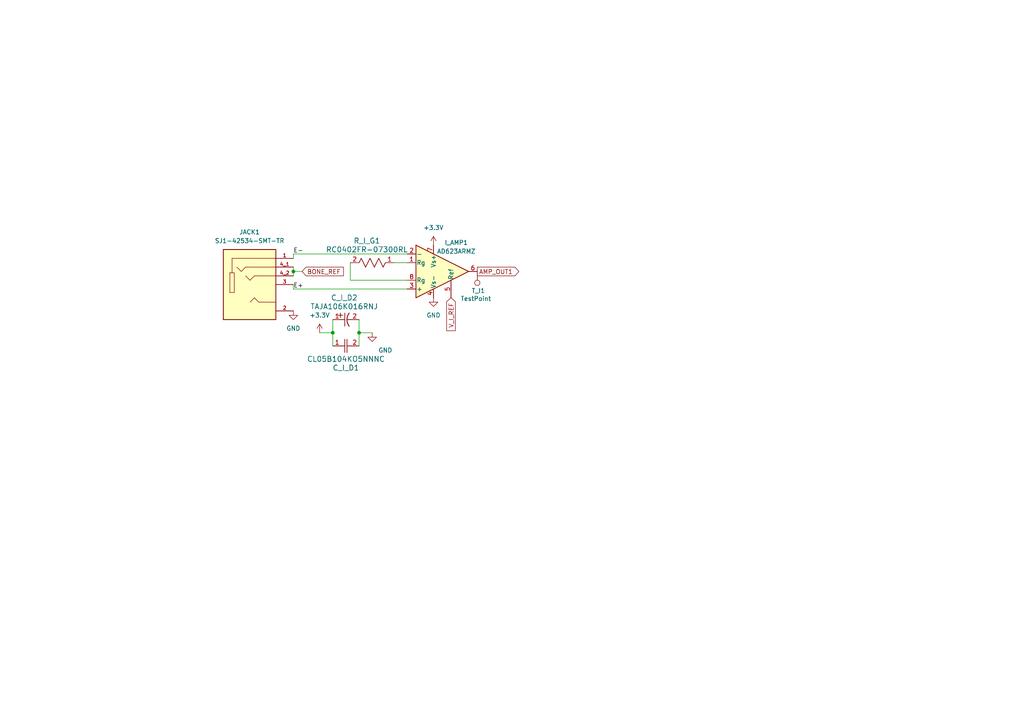
<source format=kicad_sch>
(kicad_sch (version 20231120) (generator "eeschema") (generator_version "8.0")
  (paper "A4")
  (title_block (title "Amplification Phase") (date "2024-10-21") (rev "2") (company "FlexGlO"))
  (lib_symbols
    (symbol "Amplifier_Instrumentation:AD623ARMZ" (pin_names (offset 0.127))
      (property "Reference" "I_AMP3" (at 6.604 8.382 0))
      (property "Value" "AD623ARMZ" (at 6.604 5.842 0))
      (symbol "AD623ARMZ_0_1"
        (polyline (pts (xy -5.08 7.62) (xy -5.08 -7.62) (xy 10.16 0) (xy -5.08 7.62)) (stroke (width 0.254)) (fill (type background)))
      )
      (symbol "AD623ARMZ_1_1"
        (pin passive line (at -7.62 2.54 0) (length 2.54) (name "Rg") (number "1"))
        (pin input line (at -7.62 5.08 0) (length 2.54) (name "-") (number "2"))
        (pin input line (at -7.62 -5.08 0) (length 2.54) (name "+") (number "3"))
        (pin unspecified line (at 0 -7.62 90) (length 2.54) (name "Vs-") (number "4"))
        (pin passive line (at 5.08 -7.62 90) (length 5.08) (name "Ref") (number "5"))
        (pin output line (at 12.7 0 180) (length 2.54) (name "~") (number "6"))
        (pin unspecified line (at 0 7.62 270) (length 2.54) (name "Vs+") (number "7"))
        (pin passive line (at -7.62 -2.54 0) (length 2.54) (name "Rg") (number "8"))
      )
    )
    (symbol "CL05B104KO5NNNC:CL05B104KO5NNNC" (pin_names (offset 0.254))
      (property "Reference" "C" (at 3.81 3.81 0))
      (property "Value" "CL05B104KO5NNNC" (at 3.81 -3.81 0))
      (symbol "CL05B104KO5NNNC_1_1"
        (polyline (pts (xy 2.54 0) (xy 3.4798 0)) (stroke (width 0.2032)))
        (polyline (pts (xy 3.4798 -1.905) (xy 3.4798 1.905)) (stroke (width 0.2032)))
        (polyline (pts (xy 4.1148 -1.905) (xy 4.1148 1.905)) (stroke (width 0.2032)))
        (polyline (pts (xy 4.1148 0) (xy 5.08 0)) (stroke (width 0.2032)))
        (pin unspecified line (at 0 0 0) (length 2.54) (name "") (number "1"))
        (pin unspecified line (at 7.62 0 180) (length 2.54) (name "") (number "2"))
      )
      (symbol "CL05B104KO5NNNC_1_2"
        (polyline (pts (xy -1.905 -4.1148) (xy 1.905 -4.1148)) (stroke (width 0.2032)))
        (polyline (pts (xy -1.905 -3.4798) (xy 1.905 -3.4798)) (stroke (width 0.2032)))
        (polyline (pts (xy 0 -4.1148) (xy 0 -5.08)) (stroke (width 0.2032)))
        (polyline (pts (xy 0 -2.54) (xy 0 -3.4798)) (stroke (width 0.2032)))
        (pin unspecified line (at 0 0 270) (length 2.54) (name "") (number "1"))
        (pin unspecified line (at 0 -7.62 90) (length 2.54) (name "") (number "2"))
      )
    )
    (symbol "Connector:TestPoint" (pin_numbers hide) (pin_names (offset 0.762) hide)
      (property "Reference" "TP" (at 0 6.858 0))
      (property "Value" "TestPoint" (at 0 5.08 0))
      (symbol "TestPoint_0_1"
        (circle (center 0 3.302) (radius 0.762))
      )
      (symbol "TestPoint_1_1"
        (pin passive line (at 0 0 90) (length 2.54) (name "1") (number "1"))
      )
    )
    (symbol "RC0402FR-07150RL:RC0402FR-07150RL" (pin_names (offset 0.254))
      (property "Reference" "R" (at 5.715 3.81 0))
      (property "Value" "RC0402FR-07150RL" (at 6.35 -3.81 0))
      (symbol "RC0402FR-07150RL_1_1"
        (polyline (pts (xy 2.54 0) (xy 3.175 1.27)) (stroke (width 0.2032)))
        (polyline (pts (xy 3.175 1.27) (xy 4.445 -1.27)) (stroke (width 0.2032)))
        (polyline (pts (xy 4.445 -1.27) (xy 5.715 1.27)) (stroke (width 0.2032)))
        (polyline (pts (xy 5.715 1.27) (xy 6.985 -1.27)) (stroke (width 0.2032)))
        (polyline (pts (xy 6.985 -1.27) (xy 8.255 1.27)) (stroke (width 0.2032)))
        (polyline (pts (xy 8.255 1.27) (xy 9.525 -1.27)) (stroke (width 0.2032)))
        (polyline (pts (xy 9.525 -1.27) (xy 10.16 0)) (stroke (width 0.2032)))
        (pin unspecified line (at 12.7 0 180) (length 2.54) (name "") (number "1"))
        (pin unspecified line (at 0 0 0) (length 2.54) (name "") (number "2"))
      )
      (symbol "RC0402FR-07150RL_1_2"
        (polyline (pts (xy -1.27 3.175) (xy 1.27 4.445)) (stroke (width 0.2032)))
        (polyline (pts (xy -1.27 5.715) (xy 1.27 6.985)) (stroke (width 0.2032)))
        (polyline (pts (xy -1.27 8.255) (xy 1.27 9.525)) (stroke (width 0.2032)))
        (polyline (pts (xy 0 2.54) (xy -1.27 3.175)) (stroke (width 0.2032)))
        (polyline (pts (xy 1.27 4.445) (xy -1.27 5.715)) (stroke (width 0.2032)))
        (polyline (pts (xy 1.27 6.985) (xy -1.27 8.255)) (stroke (width 0.2032)))
        (polyline (pts (xy 1.27 9.525) (xy 0 10.16)) (stroke (width 0.2032)))
        (pin unspecified line (at 0 12.7 270) (length 2.54) (name "") (number "1"))
        (pin unspecified line (at 0 0 90) (length 2.54) (name "") (number "2"))
      )
    )
    (symbol "SJ1-42534-SMT-TR:SJ1-42534-SMT-TR" (pin_names (offset 1.016))
      (property "Reference" "J" (at -7.62 8.382 0))
      (property "Value" "SJ1-42534-SMT-TR" (at -7.62 -15.24 0))
      (symbol "SJ1-42534-SMT-TR_0_0"
        (rectangle (start -7.62 -12.7) (end 7.62 7.62) (stroke (width 0.254)) (fill (type background)))
        (polyline (pts (xy -5.715 -4.826) (xy -5.715 0.889)) (stroke (width 0.1524)))
        (polyline (pts (xy -5.715 0.889) (xy -5.08 0.889)) (stroke (width 0.1524)))
        (polyline (pts (xy -5.08 0.889) (xy -4.445 0.889)) (stroke (width 0.1524)))
        (polyline (pts (xy -5.08 5.08) (xy -5.08 0.889)) (stroke (width 0.1524)))
        (polyline (pts (xy -4.445 -4.826) (xy -5.715 -4.826)) (stroke (width 0.1524)))
        (polyline (pts (xy -4.445 0.889) (xy -4.445 -4.826)) (stroke (width 0.1524)))
        (polyline (pts (xy -2.413 1.27) (xy -3.683 2.54)) (stroke (width 0.1524)))
        (polyline (pts (xy -1.143 2.54) (xy -2.413 1.27)) (stroke (width 0.1524)))
        (polyline (pts (xy 0.127 -1.27) (xy -1.143 0)) (stroke (width 0.1524)))
        (polyline (pts (xy 1.397 -6.35) (xy 0.127 -7.62)) (stroke (width 0.1524)))
        (polyline (pts (xy 1.397 0) (xy 0.127 -1.27)) (stroke (width 0.1524)))
        (polyline (pts (xy 2.667 -7.62) (xy 1.397 -6.35)) (stroke (width 0.1524)))
        (polyline (pts (xy 7.62 -7.62) (xy 2.667 -7.62)) (stroke (width 0.1524)))
        (polyline (pts (xy 7.62 0) (xy 1.397 0)) (stroke (width 0.1524)))
        (polyline (pts (xy 7.62 2.54) (xy -1.143 2.54)) (stroke (width 0.1524)))
        (polyline (pts (xy 7.62 5.08) (xy -5.08 5.08)) (stroke (width 0.1524)))
        (pin passive line (at 12.7 5.08 180) (length 5.08) (name "~") (number "1"))
        (pin passive line (at 12.7 -10.16 180) (length 5.08) (name "~") (number "2"))
        (pin passive line (at 12.7 -2.54 180) (length 5.08) (name "~") (number "3"))
        (pin passive line (at 12.7 2.54 180) (length 5.08) (name "~") (number "4_1"))
        (pin passive line (at 12.7 0 180) (length 5.08) (name "~") (number "4_2"))
      )
    )
    (symbol "T491A106K010AT:T491A106K010AT" (pin_names (offset 0.254))
      (property "Reference" "C" (at 3.81 3.81 0))
      (property "Value" "T491A106K010AT" (at 3.81 -3.81 0))
      (symbol "T491A106K010AT_1_1"
        (polyline (pts (xy 1.5748 1.27) (xy 2.8448 1.27)) (stroke (width 0.2032)))
        (polyline (pts (xy 2.2098 0.635) (xy 2.2098 1.905)) (stroke (width 0.2032)))
        (polyline (pts (xy 2.54 0) (xy 3.4798 0)) (stroke (width 0.2032)))
        (polyline (pts (xy 3.4798 -1.905) (xy 3.4798 1.905)) (stroke (width 0.2032)))
        (polyline (pts (xy 4.1148 0) (xy 5.08 0)) (stroke (width 0.2032)))
        (arc (start 4.7541 1.9108) (mid 4.1148 0) (end 4.7541 -1.9108) (stroke (width 0.254)))
        (pin unspecified line (at 0 0 0) (length 2.54) (name "") (number "1"))
        (pin unspecified line (at 7.62 0 180) (length 2.54) (name "") (number "2"))
      )
      (symbol "T491A106K010AT_1_2"
        (polyline (pts (xy -1.905 -3.4798) (xy 1.905 -3.4798)) (stroke (width 0.2032)))
        (polyline (pts (xy 0 -4.1148) (xy 0 -5.08)) (stroke (width 0.2032)))
        (polyline (pts (xy 0 -2.54) (xy 0 -3.4798)) (stroke (width 0.2032)))
        (polyline (pts (xy 0.635 -2.2098) (xy 1.905 -2.2098)) (stroke (width 0.2032)))
        (polyline (pts (xy 1.27 -1.5748) (xy 1.27 -2.8448)) (stroke (width 0.2032)))
        (arc (start 1.9108 -4.7541) (mid 0 -4.1148) (end -1.9108 -4.7541) (stroke (width 0.254)))
        (pin unspecified line (at 0 0 270) (length 2.54) (name "") (number "1"))
        (pin unspecified line (at 0 -7.62 90) (length 2.54) (name "") (number "2"))
      )
    )
    (symbol "power:+3.3V" (power) (pin_names (offset 0))
      (property "Value" "+3.3V" (at 0 3.556 0))
      (symbol "+3.3V_0_1"
        (polyline (pts (xy -0.762 1.27) (xy 0 2.54)))
        (polyline (pts (xy 0 0) (xy 0 2.54)))
        (polyline (pts (xy 0 2.54) (xy 0.762 1.27)))
      )
      (symbol "+3.3V_1_1"
        (pin power_in line (at 0 0 90) (length 0) hide (name "+3.3V") (number "1"))
      )
    )
    (symbol "power:GND" (power) (pin_names (offset 0))
      (property "Value" "GND" (at 0 -3.81 0))
      (symbol "GND_0_1"
        (polyline (pts (xy 0 0) (xy 0 -1.27) (xy 1.27 -1.27) (xy 0 -2.54) (xy -1.27 -1.27) (xy 0 -1.27)))
      )
      (symbol "GND_1_1"
        (pin power_in line (at 0 0 270) (length 0) hide (name "GND") (number "1"))
      )
    )
  )
  (junction (at 104.14 96.52))
  (junction (at 85.09 78.74))
  (junction (at 96.52 96.52))
  (wire (pts (xy 114.3 76.2) (xy 118.11 76.2)))
  (wire (pts (xy 96.52 92.71) (xy 96.52 96.52)))
  (wire (pts (xy 85.09 83.82) (xy 118.11 83.82)))
  (wire (pts (xy 85.09 73.66) (xy 118.11 73.66)))
  (wire (pts (xy 101.6 76.2) (xy 101.6 81.28)))
  (wire (pts (xy 85.09 73.66) (xy 85.09 74.93)))
  (wire (pts (xy 104.14 96.52) (xy 104.14 100.33)))
  (wire (pts (xy 92.71 96.52) (xy 96.52 96.52)))
  (wire (pts (xy 85.09 77.47) (xy 85.09 78.74)))
  (wire (pts (xy 85.09 78.74) (xy 85.09 80.01)))
  (wire (pts (xy 85.09 83.82) (xy 85.09 82.55)))
  (wire (pts (xy 96.52 96.52) (xy 96.52 100.33)))
  (wire (pts (xy 104.14 96.52) (xy 107.95 96.52)))
  (wire (pts (xy 104.14 92.71) (xy 104.14 96.52)))
  (wire (pts (xy 101.6 81.28) (xy 118.11 81.28)))
  (wire (pts (xy 85.09 78.74) (xy 87.63 78.74)))
  (label "E+" (at 85.09 83.82 0))
  (label "E-" (at 85.09 73.66 0))
  (global_label "AMP_OUT1" (shape output) (at 138.43 78.74 0) (property "Intersheetrefs" "${INTERSHEET_REFS}" (effects (hide yes))))
  (global_label "V_I_REF" (shape input) (at 130.81 86.36 270) (property "Intersheetrefs" "${INTERSHEET_REFS}" (effects (hide yes))))
  (global_label "BONE_REF" (shape input) (at 87.63 78.74 0) (property "Intersheetrefs" "${INTERSHEET_REFS}" (effects (hide yes))))
  (symbol (lib_id "power:+3.3V") (at 92.71 96.52 0) (unit 1)
    (property "Reference" "#PWR015" (effects (hide yes)))
    (property "Value" "+3.3V" (at 92.71 91.44 0))
  )
  (symbol (lib_id "power:GND") (at 107.95 96.52 0) (unit 1)
    (property "Reference" "#PWR016" (effects (hide yes)))
    (property "Value" "GND" (at 111.76 101.6 0))
  )
  (symbol (lib_id "CL05B104KO5NNNC:CL05B104KO5NNNC") (at 96.52 100.33 0) (mirror x) (unit 1)
    (property "Reference" "C_I_D1" (at 100.33 106.68 0) (effects (font (size 1.524 1.524))))
    (property "Value" "CL05B104KO5NNNC" (at 100.33 104.14 0) (effects (font (size 1.524 1.524))))
    (property "Footprint" "Capacitor_SMD:C_0402_1005Metric" (effects (hide yes)))
    (property "Datasheet" "CL05B104KO5NNNC" (effects (hide yes)))
  )
  (symbol (lib_id "SJ1-42534-SMT-TR:SJ1-42534-SMT-TR") (at 72.39 80.01 0) (unit 1)
    (property "Reference" "JACK1" (at 72.39 67.31 0))
    (property "Value" "SJ1-42534-SMT-TR" (at 72.39 69.85 0))
    (property "Footprint" "Footprints:CUI_SJ1-42534-SMT-TR" (effects (hide yes)))
    (property "STANDARD" "Manufacturer Recommendations" (effects (hide yes)))
    (property "PART_REV" "1.06" (effects (hide yes)))
    (property "MAXIMUM_PACKAGE_HEIGHT" "4.7 mm" (effects (hide yes)))
    (property "MANUFACTURER" "CUI Devices" (effects (hide yes)))
  )
  (symbol (lib_id "Connector:TestPoint") (at 138.43 78.74 0) (mirror x) (unit 1)
    (property "Reference" "T_I1" (at 140.716 84.328 0) (effects (justify right)))
    (property "Value" "TestPoint" (at 142.494 86.614 0) (effects (justify right)))
    (property "Footprint" "TestPoint:TestPoint_Pad_1.0x1.0mm" (effects (hide yes)))
  )
  (symbol (lib_id "power:GND") (at 125.73 86.36 0) (unit 1)
    (property "Reference" "#PWR018" (effects (hide yes)))
    (property "Value" "GND" (at 125.73 91.44 0))
  )
  (symbol (lib_id "power:+3.3V") (at 125.73 71.12 0) (unit 1)
    (property "Reference" "#PWR017" (effects (hide yes)))
    (property "Value" "+3.3V" (at 125.73 66.04 0))
  )
  (symbol (lib_id "T491A106K010AT:T491A106K010AT") (at 96.52 92.71 0) (unit 1)
    (property "Reference" "C_I_D2" (at 99.8474 86.36 0) (effects (font (size 1.524 1.524))))
    (property "Value" "TAJA106K016RNJ" (at 99.8474 88.9 0) (effects (font (size 1.524 1.524))))
    (property "Footprint" "Capacitor_SMD:C_1206_3216Metric" (effects (hide yes)))
    (property "Datasheet" "TAJA106K016RNJ" (effects (hide yes)))
  )
  (symbol (lib_id "power:GND") (at 85.09 90.17 0) (unit 1)
    (property "Reference" "#PWR014" (effects (hide yes)))
    (property "Value" "GND" (at 85.09 95.25 0))
  )
  (symbol (lib_id "Amplifier_Instrumentation:AD623ARMZ") (at 125.73 78.74 0) (unit 1)
    (property "Reference" "I_AMP1" (at 132.334 70.358 0))
    (property "Value" "AD623ARMZ" (at 132.334 72.898 0))
    (property "Footprint" "Footprints:RM_8_ADI-M" (effects (hide yes)))
    (property "Datasheet" "https://www.analog.com/media/en/technical-documentation/data-sheets/AD623.pdf" (effects (hide yes)))
    (property "Description" "Single Supply, Rail to Rail, Instumentation Amplifier, RoHS, MSOP-8" (effects (hide yes)))
  )
  (symbol (lib_id "RC0402FR-07150RL:RC0402FR-07150RL") (at 101.6 76.2 0) (unit 1)
    (property "Reference" "R_I_G1" (at 106.426 69.85 0) (effects (font (size 1.524 1.524))))
    (property "Value" "RC0402FR-07300RL" (at 106.426 72.39 0) (effects (font (size 1.524 1.524))))
    (property "Footprint" "Resistor_SMD:R_0402_1005Metric" (effects (hide yes)))
    (property "Datasheet" "0402WGF1500TCE" (effects (hide yes)))
  )
)
</source>
